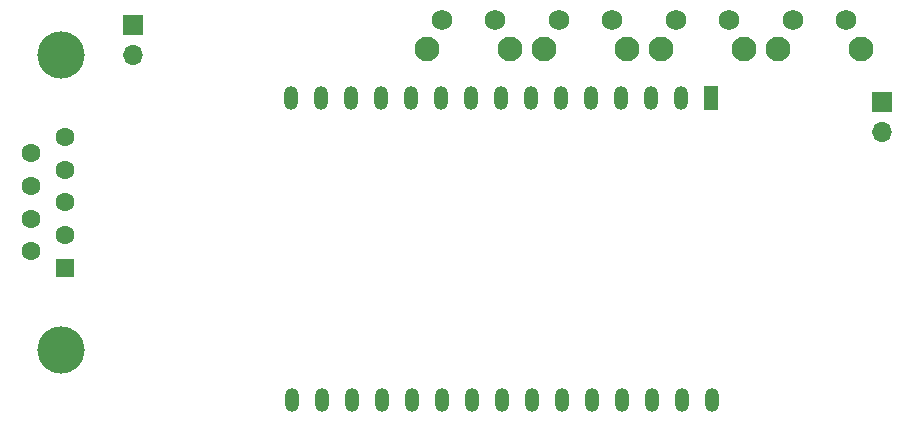
<source format=gbs>
%TF.GenerationSoftware,KiCad,Pcbnew,7.0.11*%
%TF.CreationDate,2024-12-08T19:05:50-06:00*%
%TF.ProjectId,WiRSa,57695253-612e-46b6-9963-61645f706362,rev?*%
%TF.SameCoordinates,Original*%
%TF.FileFunction,Soldermask,Bot*%
%TF.FilePolarity,Negative*%
%FSLAX46Y46*%
G04 Gerber Fmt 4.6, Leading zero omitted, Abs format (unit mm)*
G04 Created by KiCad (PCBNEW 7.0.11) date 2024-12-08 19:05:50*
%MOMM*%
%LPD*%
G01*
G04 APERTURE LIST*
%ADD10C,4.000000*%
%ADD11R,1.600000X1.600000*%
%ADD12C,1.600000*%
%ADD13R,1.200000X2.000000*%
%ADD14O,1.200000X2.000000*%
%ADD15R,1.700000X1.700000*%
%ADD16O,1.700000X1.700000*%
%ADD17C,2.100000*%
%ADD18C,1.750000*%
G04 APERTURE END LIST*
D10*
%TO.C,J1*%
X54356000Y-79013000D03*
X54356000Y-104013000D03*
D11*
X54656000Y-97053000D03*
D12*
X54656000Y-94283000D03*
X54656000Y-91513000D03*
X54656000Y-88743000D03*
X54656000Y-85973000D03*
X51816000Y-95668000D03*
X51816000Y-92898000D03*
X51816000Y-90128000D03*
X51816000Y-87358000D03*
%TD*%
D13*
%TO.C,U2*%
X109389525Y-82663572D03*
D14*
X106849525Y-82663572D03*
X104309525Y-82663572D03*
X101769525Y-82663572D03*
X99229525Y-82663572D03*
X96689525Y-82663572D03*
X94149525Y-82663572D03*
X91609525Y-82663572D03*
X89069525Y-82663572D03*
X86529525Y-82663572D03*
X83989525Y-82663572D03*
X81449525Y-82663572D03*
X78909525Y-82663572D03*
X76369525Y-82663572D03*
X73829525Y-82663572D03*
X73870601Y-108257032D03*
X76410601Y-108257032D03*
X78950601Y-108257032D03*
X81490601Y-108257032D03*
X84030601Y-108257032D03*
X86570601Y-108257032D03*
X89110601Y-108257032D03*
X91650601Y-108257032D03*
X94190601Y-108257032D03*
X96730601Y-108257032D03*
X99270601Y-108257032D03*
X101810601Y-108257032D03*
X104350601Y-108257032D03*
X106890601Y-108257032D03*
X109430601Y-108257032D03*
%TD*%
D15*
%TO.C,J2*%
X123825000Y-83058000D03*
D16*
X123825000Y-85598000D03*
%TD*%
D17*
%TO.C,SW1*%
X85348000Y-78559500D03*
X92358000Y-78559500D03*
D18*
X86598000Y-76069500D03*
X91098000Y-76069500D03*
%TD*%
D15*
%TO.C,J3*%
X60436000Y-76500000D03*
D16*
X60436000Y-79040000D03*
%TD*%
D17*
%TO.C,SW4*%
X115066000Y-78559500D03*
X122076000Y-78559500D03*
D18*
X116316000Y-76069500D03*
X120816000Y-76069500D03*
%TD*%
D17*
%TO.C,SW3*%
X105160000Y-78559500D03*
X112170000Y-78559500D03*
D18*
X106410000Y-76069500D03*
X110910000Y-76069500D03*
%TD*%
D17*
%TO.C,SW2*%
X95254000Y-78559500D03*
X102264000Y-78559500D03*
D18*
X96504000Y-76069500D03*
X101004000Y-76069500D03*
%TD*%
M02*

</source>
